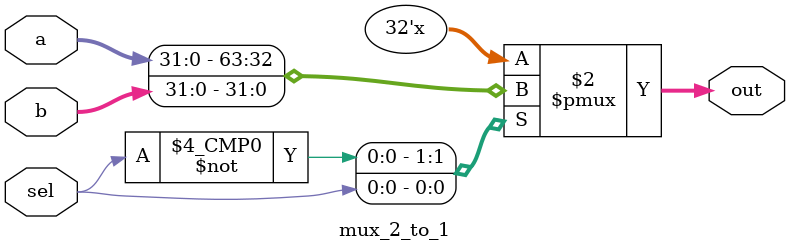
<source format=v>
module mux_2_to_1(
    input wire sel,
    input wire [31:0] a,
    input wire [31:0] b,
    output reg [31:0] out
);

  always@(*) begin
    case (sel)
      1'b0: out = a;
      1'b1: out = b;
    endcase
  end
endmodule
</source>
